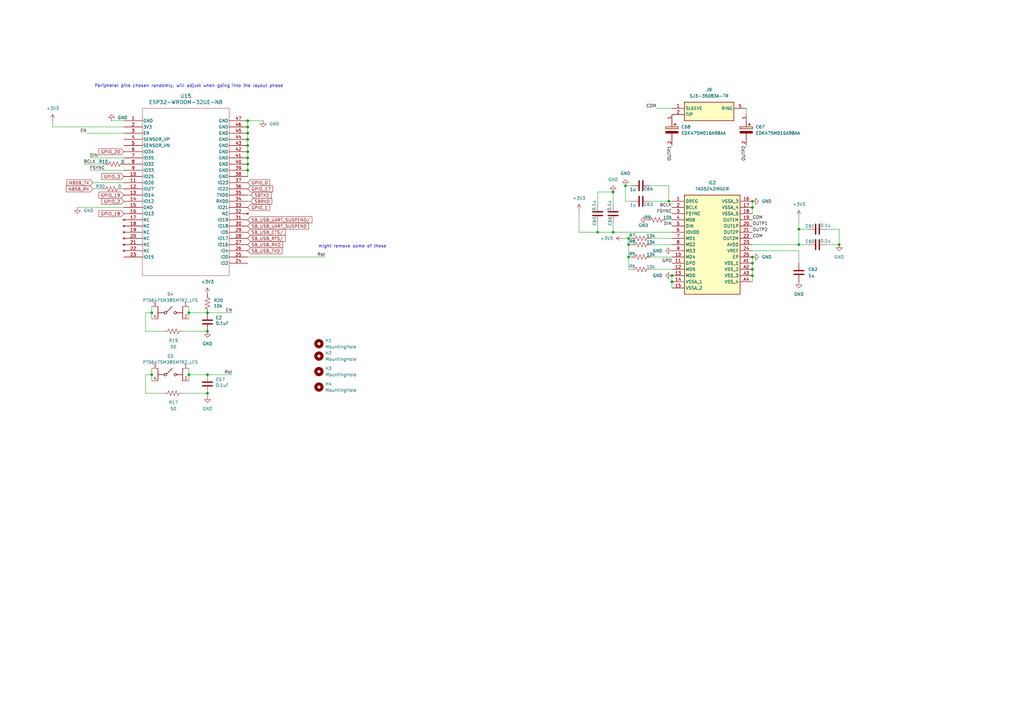
<source format=kicad_sch>
(kicad_sch (version 20250114) (generator "eeschema") (generator_version "9.0")
  (paper "A3")
  (lib_symbols
    (symbol "Device:C" (pin_numbers (hide yes)) (pin_names (offset 0.254))
      (property "Reference" "C" (at 0.635 2.54 0))
      (property "Value" "C" (at 0.635 -2.54 0))
      (symbol "C_0_1"
        (polyline (pts (xy -2.032 0.762) (xy 2.032 0.762)) (stroke (width 0.508)))
        (polyline (pts (xy -2.032 -0.762) (xy 2.032 -0.762)) (stroke (width 0.508)))
      )
      (symbol "C_1_1"
        (pin passive line (at 0 3.81 270) (length 2.794) (name "~") (number "1"))
        (pin passive line (at 0 -3.81 90) (length 2.794) (name "~") (number "2"))
      )
    )
    (symbol "Device:R_US" (pin_numbers (hide yes)) (pin_names (offset 0))
      (property "Reference" "R" (at 2.54 0 90))
      (property "Value" "R_US" (at -2.54 0 90))
      (symbol "R_US_0_1"
        (polyline (pts (xy 0 2.286) (xy 0 2.54)))
        (polyline (pts (xy 0 2.286) (xy 1.016 1.905) (xy 0 1.524) (xy -1.016 1.143) (xy 0 0.762)))
        (polyline (pts (xy 0 0.762) (xy 1.016 0.381) (xy 0 0) (xy -1.016 -0.381) (xy 0 -0.762)))
        (polyline (pts (xy 0 -0.762) (xy 1.016 -1.143) (xy 0 -1.524) (xy -1.016 -1.905) (xy 0 -2.286)))
        (polyline (pts (xy 0 -2.286) (xy 0 -2.54)))
      )
      (symbol "R_US_1_1"
        (pin passive line (at 0 3.81 270) (length 1.27) (name "~") (number "1"))
        (pin passive line (at 0 -3.81 90) (length 1.27) (name "~") (number "2"))
      )
    )
    (symbol "FPGA&MCU:ESP32-WROOM-32UE-N8" (pin_names (offset 0.254))
      (property "Reference" "U" (at 25.4 10.16 0))
      (property "Value" "ESP32-WROOM-32UE-N8" (at 25.4 7.62 0))
      (symbol "ESP32-WROOM-32UE-N8_0_1"
        (polyline (pts (xy 7.62 5.08) (xy 7.62 -63.5)) (stroke (width 0.127)))
        (polyline (pts (xy 7.62 -63.5) (xy 43.18 -63.5)) (stroke (width 0.127)))
        (polyline (pts (xy 43.18 5.08) (xy 7.62 5.08)) (stroke (width 0.127)))
        (polyline (pts (xy 43.18 -63.5) (xy 43.18 5.08)) (stroke (width 0.127)))
        (pin power_out line (at 0 0 0) (length 7.62) (name "GND") (number "1"))
        (pin power_in line (at 0 -2.54 0) (length 7.62) (name "3V3") (number "2"))
        (pin input line (at 0 -5.08 0) (length 7.62) (name "EN") (number "3"))
        (pin input line (at 0 -7.62 0) (length 7.62) (name "SENSOR_VP") (number "4"))
        (pin input line (at 0 -10.16 0) (length 7.62) (name "SENSOR_VN") (number "5"))
        (pin input line (at 0 -12.7 0) (length 7.62) (name "IO34") (number "6"))
        (pin input line (at 0 -15.24 0) (length 7.62) (name "IO35") (number "7"))
        (pin bidirectional line (at 0 -17.78 0) (length 7.62) (name "IO32") (number "8"))
        (pin bidirectional line (at 0 -20.32 0) (length 7.62) (name "IO33") (number "9"))
        (pin bidirectional line (at 0 -22.86 0) (length 7.62) (name "IO25") (number "10"))
        (pin bidirectional line (at 0 -25.4 0) (length 7.62) (name "IO26") (number "11"))
        (pin bidirectional line (at 0 -27.94 0) (length 7.62) (name "IO27") (number "12"))
        (pin bidirectional line (at 0 -30.48 0) (length 7.62) (name "IO14") (number "13"))
        (pin bidirectional line (at 0 -33.02 0) (length 7.62) (name "IO12") (number "14"))
        (pin power_out line (at 0 -35.56 0) (length 7.62) (name "GND") (number "15"))
        (pin bidirectional line (at 0 -38.1 0) (length 7.62) (name "IO13") (number "16"))
        (pin no_connect line (at 0 -40.64 0) (length 7.62) (name "NC") (number "17"))
        (pin no_connect line (at 0 -43.18 0) (length 7.62) (name "NC") (number "18"))
        (pin no_connect line (at 0 -45.72 0) (length 7.62) (name "NC") (number "19"))
        (pin no_connect line (at 0 -48.26 0) (length 7.62) (name "NC") (number "20"))
        (pin no_connect line (at 0 -50.8 0) (length 7.62) (name "NC") (number "21"))
        (pin no_connect line (at 0 -53.34 0) (length 7.62) (name "NC") (number "22"))
        (pin bidirectional line (at 0 -55.88 0) (length 7.62) (name "IO15") (number "23"))
        (pin power_out line (at 50.8 0 180) (length 7.62) (name "GND") (number "47"))
        (pin power_out line (at 50.8 -2.54 180) (length 7.62) (name "GND") (number "46"))
        (pin power_out line (at 50.8 -5.08 180) (length 7.62) (name "GND") (number "45"))
        (pin power_out line (at 50.8 -7.62 180) (length 7.62) (name "GND") (number "44"))
        (pin power_out line (at 50.8 -10.16 180) (length 7.62) (name "GND") (number "43"))
        (pin power_out line (at 50.8 -12.7 180) (length 7.62) (name "GND") (number "42"))
        (pin power_out line (at 50.8 -15.24 180) (length 7.62) (name "GND") (number "41"))
        (pin power_out line (at 50.8 -17.78 180) (length 7.62) (name "GND") (number "40"))
        (pin power_out line (at 50.8 -20.32 180) (length 7.62) (name "GND") (number "39"))
        (pin power_out line (at 50.8 -22.86 180) (length 7.62) (name "GND") (number "38"))
        (pin bidirectional line (at 50.8 -25.4 180) (length 7.62) (name "IO23") (number "37"))
        (pin bidirectional line (at 50.8 -27.94 180) (length 7.62) (name "IO22") (number "36"))
        (pin bidirectional line (at 50.8 -33.02 180) (length 7.62) (name "RXD0") (number "34"))
        (pin bidirectional line (at 50.8 -35.56 180) (length 7.62) (name "IO21") (number "33"))
        (pin no_connect line (at 50.8 -38.1 180) (length 7.62) (name "NC") (number "32"))
        (pin bidirectional line (at 50.8 -40.64 180) (length 7.62) (name "IO19") (number "31"))
        (pin bidirectional line (at 50.8 -43.18 180) (length 7.62) (name "IO18") (number "30"))
        (pin bidirectional line (at 50.8 -45.72 180) (length 7.62) (name "IO5") (number "29"))
        (pin bidirectional line (at 50.8 -48.26 180) (length 7.62) (name "IO17") (number "28"))
        (pin bidirectional line (at 50.8 -50.8 180) (length 7.62) (name "IO16") (number "27"))
        (pin bidirectional line (at 50.8 -53.34 180) (length 7.62) (name "IO4") (number "26"))
        (pin bidirectional line (at 50.8 -55.88 180) (length 7.62) (name "IO0") (number "25"))
        (pin bidirectional line (at 50.8 -58.42 180) (length 7.62) (name "IO2") (number "24"))
      )
      (symbol "ESP32-WROOM-32UE-N8_1_1"
        (pin bidirectional line (at 50.8 -30.48 180) (length 7.62) (name "TXD0") (number "35"))
      )
    )
    (symbol "FPGA_Interface:PTS647SM38SMTR2_LFS" (pin_names (hide yes))
      (property "Reference" "S" (at 12.7 6.35 0))
      (property "Value" "PTS647SM38SMTR2_LFS" (at 12.7 3.81 0))
      (symbol "PTS647SM38SMTR2_LFS_1_1"
        (polyline (pts (xy 2.54 -2.54) (xy 5.08 -2.54)) (stroke (width 0.254)))
        (polyline (pts (xy 2.54 -5.08) (xy 2.54 0)) (stroke (width 0.254)))
        (circle (center 5.588 -2.54) (radius 0.508) (stroke (width 0.254)))
        (polyline (pts (xy 6.096 -2.286) (xy 8.382 0)) (stroke (width 0.254)))
        (circle (center 9.652 -2.54) (radius 0.508) (stroke (width 0.254)))
        (polyline (pts (xy 10.16 -2.54) (xy 12.7 -2.54)) (stroke (width 0.254)))
        (polyline (pts (xy 12.7 -5.08) (xy 12.7 0)) (stroke (width 0.254)))
        (pin passive line (at 0 0 0) (length 2.54) (name "COM_1") (number "3"))
        (pin passive line (at 0 -5.08 0) (length 2.54) (name "COM_2") (number "4"))
        (pin passive line (at 15.24 0 180) (length 2.54) (name "NO_1") (number "1"))
        (pin passive line (at 15.24 -5.08 180) (length 2.54) (name "NO_2") (number "2"))
      )
    )
    (symbol "FPGA_Interface:SJ3-35083A-TR"
      (property "Reference" "J" (at 26.67 7.62 0))
      (property "Value" "SJ3-35083A-TR" (at 26.67 5.08 0))
      (symbol "SJ3-35083A-TR_1_1"
        (rectangle (start 5.08 2.54) (end 25.4 -5.08) (stroke (width 0.254)) (fill (type background)))
        (pin passive line (at 0 0 0) (length 5.08) (name "SLEEVE") (number "1"))
        (pin passive line (at 0 -2.54 0) (length 5.08) (name "TIP") (number "2"))
        (pin passive line (at 30.48 0 180) (length 5.08) (name "RING") (number "5"))
      )
    )
    (symbol "Mechanical:MountingHole" (pin_names (offset 1.016)) (in_bom no)
      (property "Reference" "H" (at 0 5.08 0))
      (property "Value" "MountingHole" (at 0 3.175 0))
      (symbol "MountingHole_0_1"
        (circle (center 0 0) (radius 1.27) (stroke (width 1.27)))
      )
    )
    (symbol "SB:EDK475M016A9BAA" (pin_names (hide yes))
      (property "Reference" "C" (at 8.89 6.35 0))
      (property "Value" "EDK475M016A9BAA" (at 8.89 3.81 0))
      (symbol "EDK475M016A9BAA_1_1"
        (polyline (pts (xy 2.54 0) (xy 5.08 0)) (stroke (width 0.254)))
        (polyline (pts (xy 4.064 1.778) (xy 4.064 0.762)) (stroke (width 0.254)))
        (polyline (pts (xy 4.572 1.27) (xy 3.556 1.27)) (stroke (width 0.254)))
        (rectangle (start 5.08 2.54) (end 5.842 -2.54) (stroke (width 0.254)) (fill (type background)))
        (polyline (pts (xy 7.62 2.54) (xy 7.62 -2.54) (xy 6.858 -2.54) (xy 6.858 2.54) (xy 7.62 2.54)) (stroke (width 0.254)) (fill (type outline)))
        (polyline (pts (xy 7.62 0) (xy 10.16 0)) (stroke (width 0.254)))
        (pin passive line (at 0 0 0) (length 2.54) (name "+") (number "1"))
        (pin passive line (at 12.7 0 180) (length 2.54) (name "-") (number "2"))
      )
    )
    (symbol "SB:TAD5242IRGER"
      (property "Reference" "IC" (at 29.21 7.62 0))
      (property "Value" "TAD5242IRGER" (at 29.21 5.08 0))
      (symbol "TAD5242IRGER_1_1"
        (rectangle (start 5.08 2.54) (end 27.94 -38.1) (stroke (width 0.254)) (fill (type background)))
        (pin passive line (at 0 0 0) (length 5.08) (name "DREG") (number "1"))
        (pin passive line (at 0 -2.54 0) (length 5.08) (name "BCLK") (number "2"))
        (pin passive line (at 0 -5.08 0) (length 5.08) (name "FSYNC") (number "3"))
        (pin passive line (at 0 -7.62 0) (length 5.08) (name "MD6") (number "4"))
        (pin passive line (at 0 -10.16 0) (length 5.08) (name "DIN") (number "5"))
        (pin passive line (at 0 -12.7 0) (length 5.08) (name "IOVDD") (number "6"))
        (pin passive line (at 0 -15.24 0) (length 5.08) (name "MD1") (number "7"))
        (pin passive line (at 0 -17.78 0) (length 5.08) (name "MD2") (number "8"))
        (pin passive line (at 0 -20.32 0) (length 5.08) (name "MD3") (number "9"))
        (pin passive line (at 0 -22.86 0) (length 5.08) (name "MD4") (number "10"))
        (pin passive line (at 0 -25.4 0) (length 5.08) (name "GPO") (number "11"))
        (pin passive line (at 0 -27.94 0) (length 5.08) (name "MD5") (number "12"))
        (pin passive line (at 0 -30.48 0) (length 5.08) (name "MD0") (number "13"))
        (pin passive line (at 0 -33.02 0) (length 5.08) (name "VSSA_1") (number "14"))
        (pin passive line (at 0 -35.56 0) (length 5.08) (name "VSSA_2") (number "15"))
        (pin passive line (at 33.02 0 180) (length 5.08) (name "VSSA_3") (number "16"))
        (pin passive line (at 33.02 -2.54 180) (length 5.08) (name "VSSA_4") (number "17"))
        (pin passive line (at 33.02 -5.08 180) (length 5.08) (name "VSSA_5") (number "18"))
        (pin passive line (at 33.02 -7.62 180) (length 5.08) (name "OUT1M") (number "19"))
        (pin passive line (at 33.02 -10.16 180) (length 5.08) (name "OUT1P") (number "20"))
        (pin passive line (at 33.02 -12.7 180) (length 5.08) (name "OUT2P") (number "21"))
        (pin passive line (at 33.02 -15.24 180) (length 5.08) (name "OUT2M") (number "22"))
        (pin passive line (at 33.02 -17.78 180) (length 5.08) (name "AVDD") (number "23"))
        (pin passive line (at 33.02 -20.32 180) (length 5.08) (name "VREF") (number "24"))
        (pin passive line (at 33.02 -22.86 180) (length 5.08) (name "EP") (number "25"))
        (pin passive line (at 33.02 -25.4 180) (length 5.08) (name "VSS_1") (number "A1"))
        (pin passive line (at 33.02 -27.94 180) (length 5.08) (name "VSS_2") (number "A2"))
        (pin passive line (at 33.02 -30.48 180) (length 5.08) (name "VSS_3") (number "A3"))
        (pin passive line (at 33.02 -33.02 180) (length 5.08) (name "VSS_4") (number "A4"))
      )
    )
    (symbol "power:+3V3" (power) (pin_numbers (hide yes)) (pin_names (offset 0) (hide yes))
      (property "Value" "+3V3" (at 0 3.556 0))
      (symbol "+3V3_0_1"
        (polyline (pts (xy -0.762 1.27) (xy 0 2.54)))
        (polyline (pts (xy 0 2.54) (xy 0.762 1.27)))
        (polyline (pts (xy 0 0) (xy 0 2.54)))
      )
      (symbol "+3V3_1_1"
        (pin power_in line (at 0 0 90) (length 0) (name "~") (number "1"))
      )
    )
    (symbol "power:GND" (power) (pin_numbers (hide yes)) (pin_names (offset 0) (hide yes))
      (property "Value" "GND" (at 0 -3.81 0))
      (symbol "GND_0_1"
        (polyline (pts (xy 0 0) (xy 0 -1.27) (xy 1.27 -1.27) (xy 0 -2.54) (xy -1.27 -1.27) (xy 0 -1.27)))
      )
      (symbol "GND_1_1"
        (pin power_in line (at 0 0 270) (length 0) (name "~") (number "1"))
      )
    )
  )
  (text "might remove some of these\n" (at 144.526 101.092 0) (effects (font (size 1.27 1.27))))
  (text "Peripheral pins chosen randomly, will adjust when going into the layout phase\n" (at 77.47 35.306 0) (effects (font (size 1.27 1.27))))
  (junction (at 275.59 113.03))
  (junction (at 344.17 100.33))
  (junction (at 308.61 110.49))
  (junction (at 256.54 76.2))
  (junction (at 101.6 57.15))
  (junction (at 308.61 82.55))
  (junction (at 308.61 113.03))
  (junction (at 85.09 153.67))
  (junction (at 327.66 93.98))
  (junction (at 251.46 95.25))
  (junction (at 257.81 97.79))
  (junction (at 62.23 153.67))
  (junction (at 308.61 107.95))
  (junction (at 77.47 128.27))
  (junction (at 101.6 52.07))
  (junction (at 101.6 49.53))
  (junction (at 85.09 128.27))
  (junction (at 327.66 100.33))
  (junction (at 245.11 95.25))
  (junction (at 85.09 135.89))
  (junction (at 274.32 82.55))
  (junction (at 101.6 59.69))
  (junction (at 101.6 67.31))
  (junction (at 257.81 105.41))
  (junction (at 257.81 100.33))
  (junction (at 101.6 69.85))
  (junction (at 101.6 64.77))
  (junction (at 251.46 78.74))
  (junction (at 101.6 62.23))
  (junction (at 77.47 153.67))
  (junction (at 62.23 128.27))
  (junction (at 275.59 115.57))
  (junction (at 308.61 85.09))
  (junction (at 101.6 54.61))
  (junction (at 308.61 105.41))
  (junction (at 85.09 161.29))
  (wire (pts (xy 308.61 102.87) (xy 327.66 102.87)))
  (wire (pts (xy 101.6 57.15) (xy 101.6 59.69)))
  (wire (pts (xy 344.17 93.98) (xy 344.17 100.33)))
  (wire (pts (xy 59.69 161.29) (xy 67.31 161.29)))
  (wire (pts (xy 36.83 69.85) (xy 50.8 69.85)))
  (wire (pts (xy 245.11 91.44) (xy 245.11 95.25)))
  (wire (pts (xy 308.61 82.55) (xy 308.61 85.09)))
  (wire (pts (xy 77.47 153.67) (xy 85.09 153.67)))
  (wire (pts (xy 331.47 100.33) (xy 327.66 100.33)))
  (wire (pts (xy 77.47 153.67) (xy 77.47 156.21)))
  (wire (pts (xy 245.11 95.25) (xy 237.49 95.25)))
  (wire (pts (xy 237.49 86.36) (xy 237.49 95.25)))
  (wire (pts (xy 101.6 59.69) (xy 101.6 62.23)))
  (wire (pts (xy 257.81 97.79) (xy 257.81 100.33)))
  (wire (pts (xy 251.46 83.82) (xy 251.46 78.74)))
  (wire (pts (xy 257.81 105.41) (xy 257.81 110.49)))
  (wire (pts (xy 38.1 74.93) (xy 50.8 74.93)))
  (wire (pts (xy 256.54 82.55) (xy 256.54 76.2)))
  (wire (pts (xy 74.93 161.29) (xy 85.09 161.29)))
  (wire (pts (xy 62.23 128.27) (xy 62.23 130.81)))
  (wire (pts (xy 259.08 82.55) (xy 256.54 82.55)))
  (wire (pts (xy 101.6 49.53) (xy 101.6 52.07)))
  (wire (pts (xy 274.32 76.2) (xy 274.32 82.55)))
  (wire (pts (xy 274.32 76.2) (xy 266.7 76.2)))
  (wire (pts (xy 101.6 54.61) (xy 101.6 57.15)))
  (wire (pts (xy 339.09 93.98) (xy 344.17 93.98)))
  (wire (pts (xy 257.81 100.33) (xy 259.08 100.33)))
  (wire (pts (xy 45.72 49.53) (xy 50.8 49.53)))
  (wire (pts (xy 133.35 105.41) (xy 101.6 105.41)))
  (wire (pts (xy 275.59 115.57) (xy 275.59 118.11)))
  (wire (pts (xy 308.61 105.41) (xy 308.61 107.95)))
  (wire (pts (xy 34.29 67.31) (xy 43.18 67.31)))
  (wire (pts (xy 85.09 128.27) (xy 95.25 128.27)))
  (wire (pts (xy 245.11 83.82) (xy 245.11 78.74)))
  (wire (pts (xy 308.61 85.09) (xy 308.61 87.63)))
  (wire (pts (xy 21.59 49.53) (xy 21.59 52.07)))
  (wire (pts (xy 107.95 49.53) (xy 101.6 49.53)))
  (wire (pts (xy 49.53 77.47) (xy 50.8 77.47)))
  (wire (pts (xy 77.47 128.27) (xy 77.47 130.81)))
  (wire (pts (xy 331.47 93.98) (xy 327.66 93.98)))
  (wire (pts (xy 259.08 76.2) (xy 256.54 76.2)))
  (wire (pts (xy 101.6 80.01) (xy 102.87 80.01)))
  (wire (pts (xy 62.23 125.73) (xy 62.23 128.27)))
  (wire (pts (xy 266.7 105.41) (xy 275.59 105.41)))
  (wire (pts (xy 266.7 97.79) (xy 275.59 97.79)))
  (wire (pts (xy 274.32 82.55) (xy 275.59 82.55)))
  (wire (pts (xy 269.24 44.45) (xy 275.59 44.45)))
  (wire (pts (xy 257.81 105.41) (xy 259.08 105.41)))
  (wire (pts (xy 275.59 113.03) (xy 275.59 115.57)))
  (wire (pts (xy 327.66 88.9) (xy 327.66 93.98)))
  (wire (pts (xy 59.69 153.67) (xy 59.69 161.29)))
  (wire (pts (xy 273.05 90.17) (xy 275.59 90.17)))
  (wire (pts (xy 62.23 153.67) (xy 62.23 151.13)))
  (wire (pts (xy 274.32 82.55) (xy 266.7 82.55)))
  (wire (pts (xy 36.83 64.77) (xy 50.8 64.77)))
  (wire (pts (xy 275.59 95.25) (xy 251.46 95.25)))
  (wire (pts (xy 259.08 97.79) (xy 257.81 97.79)))
  (wire (pts (xy 327.66 93.98) (xy 327.66 100.33)))
  (wire (pts (xy 101.6 64.77) (xy 101.6 67.31)))
  (wire (pts (xy 257.81 100.33) (xy 257.81 105.41)))
  (wire (pts (xy 339.09 100.33) (xy 344.17 100.33)))
  (wire (pts (xy 257.81 110.49) (xy 259.08 110.49)))
  (wire (pts (xy 308.61 107.95) (xy 308.61 110.49)))
  (wire (pts (xy 327.66 102.87) (xy 327.66 107.95)))
  (wire (pts (xy 77.47 151.13) (xy 77.47 153.67)))
  (wire (pts (xy 31.75 85.09) (xy 50.8 85.09)))
  (wire (pts (xy 77.47 125.73) (xy 77.47 128.27)))
  (wire (pts (xy 74.93 135.89) (xy 85.09 135.89)))
  (wire (pts (xy 85.09 161.29) (xy 85.09 162.56)))
  (wire (pts (xy 101.6 67.31) (xy 101.6 69.85)))
  (wire (pts (xy 306.07 46.99) (xy 306.07 44.45)))
  (wire (pts (xy 255.27 97.79) (xy 257.81 97.79)))
  (wire (pts (xy 308.61 100.33) (xy 327.66 100.33)))
  (wire (pts (xy 35.56 54.61) (xy 50.8 54.61)))
  (wire (pts (xy 266.7 110.49) (xy 275.59 110.49)))
  (wire (pts (xy 62.23 153.67) (xy 62.23 156.21)))
  (wire (pts (xy 38.1 77.47) (xy 41.91 77.47)))
  (wire (pts (xy 59.69 128.27) (xy 59.69 135.89)))
  (wire (pts (xy 101.6 82.55) (xy 102.87 82.55)))
  (wire (pts (xy 62.23 128.27) (xy 59.69 128.27)))
  (wire (pts (xy 308.61 110.49) (xy 308.61 113.03)))
  (wire (pts (xy 245.11 78.74) (xy 251.46 78.74)))
  (wire (pts (xy 101.6 52.07) (xy 101.6 54.61)))
  (wire (pts (xy 251.46 91.44) (xy 251.46 95.25)))
  (wire (pts (xy 59.69 153.67) (xy 62.23 153.67)))
  (wire (pts (xy 77.47 128.27) (xy 85.09 128.27)))
  (wire (pts (xy 308.61 113.03) (xy 308.61 115.57)))
  (wire (pts (xy 251.46 95.25) (xy 245.11 95.25)))
  (wire (pts (xy 101.6 62.23) (xy 101.6 64.77)))
  (wire (pts (xy 101.6 69.85) (xy 101.6 72.39)))
  (wire (pts (xy 85.09 153.67) (xy 95.25 153.67)))
  (wire (pts (xy 50.8 52.07) (xy 21.59 52.07)))
  (wire (pts (xy 59.69 135.89) (xy 67.31 135.89)))
  (wire (pts (xy 266.7 100.33) (xy 275.59 100.33)))
  (label "BCLK" (at 34.29 67.31 0))
  (label "OUTP1" (at 308.61 92.71 0))
  (label "OUTP2" (at 306.07 59.69 270))
  (label "BCLK" (at 275.59 85.09 180))
  (label "FSYNC" (at 36.83 69.85 0))
  (label "COM" (at 269.24 44.45 180))
  (label "FSYNC" (at 275.59 87.63 180))
  (label "DIN" (at 36.83 64.77 0))
  (label "OUTP1" (at 275.59 59.69 270))
  (label "EN" (at 95.25 128.27 180))
  (label "Rst" (at 95.25 153.67 180))
  (label "GPO" (at 275.59 107.95 180))
  (label "COM" (at 308.61 90.17 0))
  (label "COM" (at 308.61 97.79 0))
  (label "EN" (at 35.56 54.61 180))
  (label "DIN" (at 275.59 92.71 180))
  (label "Rst" (at 133.35 105.41 180))
  (label "OUTP2" (at 308.61 95.25 0))
  (global_label "SB_USB_RXD" (shape input) (at 101.6 100.33 0) (property "Intersheetrefs" "${INTERSHEET_REFS}" (effects (hide yes))))
  (global_label "GPIO_18" (shape input) (at 50.8 87.63 180) (property "Intersheetrefs" "${INTERSHEET_REFS}" (effects (hide yes))))
  (global_label "NBSB_RX" (shape input) (at 38.1 77.47 180) (property "Intersheetrefs" "${INTERSHEET_REFS}" (effects (hide yes))))
  (global_label "GPIO_19" (shape input) (at 50.8 80.01 180) (property "Intersheetrefs" "${INTERSHEET_REFS}" (effects (hide yes))))
  (global_label "SBTXD" (shape input) (at 102.87 80.01 0) (property "Intersheetrefs" "${INTERSHEET_REFS}" (effects (hide yes))))
  (global_label "GPIO_2" (shape input) (at 50.8 82.55 180) (property "Intersheetrefs" "${INTERSHEET_REFS}" (effects (hide yes))))
  (global_label "GPIO_20" (shape input) (at 50.8 62.23 180) (property "Intersheetrefs" "${INTERSHEET_REFS}" (effects (hide yes))))
  (global_label "GPIO_0" (shape input) (at 101.6 74.93 0) (property "Intersheetrefs" "${INTERSHEET_REFS}" (effects (hide yes))))
  (global_label "GPIO_1" (shape input) (at 101.6 85.09 0) (property "Intersheetrefs" "${INTERSHEET_REFS}" (effects (hide yes))))
  (global_label "GPIO_17" (shape input) (at 101.6 77.47 0) (property "Intersheetrefs" "${INTERSHEET_REFS}" (effects (hide yes))))
  (global_label "SB_USB_RTS{slash}" (shape input) (at 101.6 97.79 0) (property "Intersheetrefs" "${INTERSHEET_REFS}" (effects (hide yes))))
  (global_label "GPIO_3" (shape input) (at 50.8 72.39 180) (property "Intersheetrefs" "${INTERSHEET_REFS}" (effects (hide yes))))
  (global_label "SB_USB_UART_SUSPEND{slash}" (shape input) (at 101.6 90.17 0) (property "Intersheetrefs" "${INTERSHEET_REFS}" (effects (hide yes))))
  (global_label "SBRXD" (shape input) (at 102.87 82.55 0) (property "Intersheetrefs" "${INTERSHEET_REFS}" (effects (hide yes))))
  (global_label "SB_USB_UART_SUSPEND" (shape input) (at 101.6 92.71 0) (property "Intersheetrefs" "${INTERSHEET_REFS}" (effects (hide yes))))
  (global_label "SB_USB_CTS{slash}" (shape input) (at 101.6 95.25 0) (property "Intersheetrefs" "${INTERSHEET_REFS}" (effects (hide yes))))
  (global_label "NBSB_TX" (shape input) (at 38.1 74.93 180) (property "Intersheetrefs" "${INTERSHEET_REFS}" (effects (hide yes))))
  (global_label "SB_USB_TXD" (shape input) (at 101.6 102.87 0) (property "Intersheetrefs" "${INTERSHEET_REFS}" (effects (hide yes))))
  (symbol (lib_id "power:GND") (at 308.61 105.41 90) (unit 1)
    (property "Reference" "#PWR0153" (effects (hide yes)))
    (property "Value" "GND" (at 312.42 105.4099 90) (effects (justify right)))
    (property "Description" "Power symbol creates a global label with name \"GND\" , ground" (effects (hide yes)))
  )
  (symbol (lib_id "Device:R_US") (at 262.89 105.41 90) (unit 1)
    (property "Reference" "R5" (at 259.334 104.14 90))
    (property "Value" "10k" (at 266.954 104.394 90))
    (property "Footprint" "Resistor_SMD:R_0402_1005Metric" (effects (hide yes)))
    (property "Description" "Resistor, US symbol" (effects (hide yes)))
  )
  (symbol (lib_id "power:GND") (at 45.72 49.53 180) (unit 1)
    (property "Reference" "#PWR017" (effects (hide yes)))
    (property "Value" "GND" (at 48.26 48.2599 0) (effects (justify right)))
    (property "Description" "Power symbol creates a global label with name \"GND\" , ground" (effects (hide yes)))
  )
  (symbol (lib_id "SB:EDK475M016A9BAA") (at 275.59 46.99 270) (unit 1)
    (property "Reference" "C68" (at 279.4 52.0699 90) (effects (justify left)))
    (property "Value" "EDK475M016A9BAA" (at 279.4 54.6099 90) (effects (justify left)))
    (property "Footprint" "SB:CAPAE430X565N" (effects (hide yes)))
    (property "Datasheet" "https://content.kemet.com/datasheets/KEM_A4001_EDK.pdf" (effects (hide yes)))
    (property "Description" "EDK, Aluminum, Aluminum Electrolytic, 4.7 uF, 20%, 16 VDC, -40/+85C, 85C, -40C, 85C, 2,000 Hrs, 16 % , 0.02, 3 uA, 2, 4, 4mm, 5.4mm, 2000" (effects (hide yes)))
    (property "Height" "5.65" (effects (hide yes)))
    (property "Mouser Part Number" "80-EDK475M016A9BAA" (effects (hide yes)))
    (property "Mouser Price/Stock" "https://www.mouser.co.uk/ProductDetail/KEMET/EDK475M016A9BAA?qs=E9QF1UCAUX56UXN1YiCZhQ%3D%3D" (effects (hide yes)))
    (property "Manufacturer_Name" "KEMET" (effects (hide yes)))
    (property "Manufacturer_Part_Number" "EDK475M016A9BAA" (effects (hide yes)))
  )
  (symbol (lib_id "power:GND") (at 275.59 102.87 270) (unit 1)
    (property "Reference" "#PWR0157" (effects (hide yes)))
    (property "Value" "GND" (at 271.78 102.8699 90) (effects (justify right)))
    (property "Description" "Power symbol creates a global label with name \"GND\" , ground" (effects (hide yes)))
  )
  (symbol (lib_id "FPGA_Interface:SJ3-35083A-TR") (at 275.59 44.45 0) (unit 1)
    (property "Reference" "J9" (at 290.83 36.83 0))
    (property "Value" "SJ3-35083A-TR" (at 290.83 39.37 0))
    (property "Footprint" "FPGA_Interface:SJ335083ATR" (effects (hide yes)))
    (property "Datasheet" "https://www.sameskydevices.com/product/resource/SJ3-35083A-TR.pdf" (effects (hide yes)))
    (property "Description" "SJ3-35083A-TR - 3.5 mm Stereo Jack, Through Hole, 3 Conductors, 0 Internal Switches,  Tape & Reel Packaging" (effects (hide yes)))
    (property "Height" "5.3" (effects (hide yes)))
    (property "Mouser Part Number" "179-SJ3-35083A-TR" (effects (hide yes)))
    (property "Mouser Price/Stock" "https://www.mouser.co.uk/ProductDetail/Same-Sky/SJ3-35083A-TR?qs=IKkN%2F947nfAXbylC140wLg%3D%3D" (effects (hide yes)))
    (property "Manufacturer_Name" "Same Sky" (effects (hide yes)))
    (property "Manufacturer_Part_Number" "SJ3-35083A-TR" (effects (hide yes)))
  )
  (symbol (lib_id "FPGA_Interface:PTS647SM38SMTR2_LFS") (at 62.23 125.73 0) (unit 1)
    (property "Reference" "S4" (at 69.85 120.65 0))
    (property "Value" "PTS647SM38SMTR2_LFS" (at 69.85 123.19 0))
    (property "Footprint" "FPGA_Interface:PTS647SM38SMTR2LFS" (effects (hide yes)))
    (property "Datasheet" "https://www.ckswitches.com/media/2567/pts647.pdf" (effects (hide yes)))
    (property "Description" "Tactile Switch SPST-NO Top Actuated Surface Mount 0.05A 12V" (effects (hide yes)))
    (property "Manufacturer_Name" "C & K COMPONENTS" (effects (hide yes)))
    (property "Manufacturer_Part_Number" "PTS647SM38SMTR2 LFS" (effects (hide yes)))
  )
  (symbol (lib_id "power:+3V3") (at 327.66 88.9 0) (unit 1)
    (property "Reference" "#PWR0159" (effects (hide yes)))
    (property "Value" "+3V3" (at 327.66 83.82 0))
    (property "Description" "Power symbol creates a global label with name \"+3V3\"" (effects (hide yes)))
  )
  (symbol (lib_id "Device:C") (at 85.09 157.48 0) (unit 1)
    (property "Reference" "C57" (at 88.392 155.702 0) (effects (justify left)))
    (property "Value" "0.1uF" (at 88.392 157.988 0) (effects (justify left)))
    (property "Footprint" "Capacitor_SMD:C_0402_1005Metric" (effects (hide yes)))
    (property "Description" "Unpolarized capacitor" (effects (hide yes)))
  )
  (symbol (lib_id "power:+3V3") (at 237.49 86.36 0) (unit 1)
    (property "Reference" "#PWR0162" (effects (hide yes)))
    (property "Value" "+3V3" (at 237.49 81.28 0))
    (property "Description" "Power symbol creates a global label with name \"+3V3\"" (effects (hide yes)))
  )
  (symbol (lib_id "power:GND") (at 275.59 113.03 270) (unit 1)
    (property "Reference" "#PWR0155" (effects (hide yes)))
    (property "Value" "GND" (at 271.78 113.0301 90) (effects (justify right)))
    (property "Description" "Power symbol creates a global label with name \"GND\" , ground" (effects (hide yes)))
  )
  (symbol (lib_id "Device:C") (at 327.66 111.76 0) (unit 1)
    (property "Reference" "C62" (at 331.47 110.4899 0) (effects (justify left)))
    (property "Value" "1u" (at 331.47 113.0299 0) (effects (justify left)))
    (property "Footprint" "Capacitor_SMD:C_0402_1005Metric" (effects (hide yes)))
    (property "Description" "Unpolarized capacitor" (effects (hide yes)))
  )
  (symbol (lib_id "power:GND") (at 256.54 76.2 180) (unit 1)
    (property "Reference" "#PWR0160" (effects (hide yes)))
    (property "Value" "GND" (at 256.54 71.12 0))
    (property "Description" "Power symbol creates a global label with name \"GND\" , ground" (effects (hide yes)))
  )
  (symbol (lib_id "power:GND") (at 344.17 100.33 0) (unit 1)
    (property "Reference" "#PWR0151" (effects (hide yes)))
    (property "Value" "GND" (at 344.17 105.41 0))
    (property "Description" "Power symbol creates a global label with name \"GND\" , ground" (effects (hide yes)))
  )
  (symbol (lib_id "SB:TAD5242IRGER") (at 275.59 82.55 0) (unit 1)
    (property "Reference" "IC2" (at 292.1 74.93 0))
    (property "Value" "TAD5242IRGER" (at 292.1 77.47 0))
    (property "Footprint" "SB:TAD5242IRGER" (effects (hide yes)))
    (property "Datasheet" "https://www.ti.com/lit/ds/symlink/tad5242.pdf?ts=1736249226355&ref_url=https%253A%252F%252Fwww.ti.com%252Fproduct%252FTAD5242" (effects (hide yes)))
    (property "Description" "Audio D/A Converter ICs Hardware-control stereo audio DAC with 120dB dynamic range, and headphone and line driver" (effects (hide yes)))
    (property "Height" "1" (effects (hide yes)))
    (property "Mouser Part Number" "595-TAD5242IRGER" (effects (hide yes)))
    (property "Mouser Price/Stock" "https://www.mouser.co.uk/ProductDetail/Texas-Instruments/TAD5242IRGER?qs=%252BXxaIXUDbq07iiss%252B1zA7A%3D%3D" (effects (hide yes)))
    (property "Manufacturer_Name" "Texas Instruments" (effects (hide yes)))
    (property "Manufacturer_Part_Number" "TAD5242IRGER" (effects (hide yes)))
  )
  (symbol (lib_id "power:+3V3") (at 85.09 120.65 0) (unit 1)
    (property "Reference" "#PWR015" (effects (hide yes)))
    (property "Value" "+3V3" (at 85.09 115.57 0))
    (property "Description" "Power symbol creates a global label with name \"+3V3\"" (effects (hide yes)))
  )
  (symbol (lib_id "Device:C") (at 335.28 93.98 90) (unit 1)
    (property "Reference" "C61" (at 332.232 92.71 90))
    (property "Value" "0.1u" (at 338.582 92.456 90))
    (property "Footprint" "Capacitor_SMD:C_0402_1005Metric" (effects (hide yes)))
    (property "Description" "Unpolarized capacitor" (effects (hide yes)))
  )
  (symbol (lib_id "Device:C") (at 251.46 87.63 180) (unit 1)
    (property "Reference" "C66" (at 250.19 90.678 90))
    (property "Value" "0.1u" (at 249.936 84.328 90))
    (property "Footprint" "Capacitor_SMD:C_0402_1005Metric" (effects (hide yes)))
    (property "Description" "Unpolarized capacitor" (effects (hide yes)))
  )
  (symbol (lib_id "Mechanical:MountingHole") (at 130.81 140.97 0) (unit 1) (in_bom no)
    (property "Reference" "H1" (at 133.35 139.6999 0) (effects (justify left)))
    (property "Value" "MountingHole" (at 133.35 142.2399 0) (effects (justify left)))
    (property "Footprint" "MountingHole:MountingHole_4.3x6.2mm_M4_Pad" (effects (hide yes)))
    (property "Description" "Mounting Hole without connection" (effects (hide yes)))
  )
  (symbol (lib_id "Device:R_US") (at 262.89 100.33 90) (unit 1)
    (property "Reference" "R8" (at 259.334 99.06 90))
    (property "Value" "10k" (at 266.954 99.314 90))
    (property "Footprint" "Resistor_SMD:R_0402_1005Metric" (effects (hide yes)))
    (property "Description" "Resistor, US symbol" (effects (hide yes)))
  )
  (symbol (lib_id "Mechanical:MountingHole") (at 130.81 158.75 0) (unit 1) (in_bom no)
    (property "Reference" "H4" (at 133.35 157.4799 0) (effects (justify left)))
    (property "Value" "MountingHole" (at 133.35 160.0199 0) (effects (justify left)))
    (property "Footprint" "MountingHole:MountingHole_4.3x6.2mm_M4_Pad" (effects (hide yes)))
    (property "Description" "Mounting Hole without connection" (effects (hide yes)))
  )
  (symbol (lib_id "power:GND") (at 265.43 90.17 270) (unit 1)
    (property "Reference" "#PWR0158" (effects (hide yes)))
    (property "Value" "GND" (at 265.938 92.456 90) (effects (justify right)))
    (property "Description" "Power symbol creates a global label with name \"GND\" , ground" (effects (hide yes)))
  )
  (symbol (lib_id "power:GND") (at 107.95 49.53 0) (unit 1)
    (property "Reference" "#PWR020" (effects (hide yes)))
    (property "Value" "GND" (at 110.49 50.7999 0) (effects (justify left)))
    (property "Description" "Power symbol creates a global label with name \"GND\" , ground" (effects (hide yes)))
  )
  (symbol (lib_id "power:GND") (at 251.46 78.74 180) (unit 1)
    (property "Reference" "#PWR0161" (effects (hide yes)))
    (property "Value" "GND" (at 251.46 73.66 0))
    (property "Description" "Power symbol creates a global label with name \"GND\" , ground" (effects (hide yes)))
  )
  (symbol (lib_id "Device:R_US") (at 262.89 97.79 90) (unit 1)
    (property "Reference" "R7" (at 259.334 96.52 90))
    (property "Value" "10k" (at 266.954 96.774 90))
    (property "Footprint" "Resistor_SMD:R_0402_1005Metric" (effects (hide yes)))
    (property "Description" "Resistor, US symbol" (effects (hide yes)))
  )
  (symbol (lib_id "Device:C") (at 262.89 76.2 270) (unit 1)
    (property "Reference" "C64" (at 265.938 77.47 90))
    (property "Value" "1u" (at 259.588 77.724 90))
    (property "Footprint" "Capacitor_SMD:C_0402_1005Metric" (effects (hide yes)))
    (property "Description" "Unpolarized capacitor" (effects (hide yes)))
  )
  (symbol (lib_id "SB:EDK475M016A9BAA") (at 306.07 46.99 270) (unit 1)
    (property "Reference" "C67" (at 309.88 52.0699 90) (effects (justify left)))
    (property "Value" "EDK475M016A9BAA" (at 309.88 54.6099 90) (effects (justify left)))
    (property "Footprint" "SB:CAPAE430X565N" (effects (hide yes)))
    (property "Datasheet" "https://content.kemet.com/datasheets/KEM_A4001_EDK.pdf" (effects (hide yes)))
    (property "Description" "EDK, Aluminum, Aluminum Electrolytic, 4.7 uF, 20%, 16 VDC, -40/+85C, 85C, -40C, 85C, 2,000 Hrs, 16 % , 0.02, 3 uA, 2, 4, 4mm, 5.4mm, 2000" (effects (hide yes)))
    (property "Height" "5.65" (effects (hide yes)))
    (property "Mouser Part Number" "80-EDK475M016A9BAA" (effects (hide yes)))
    (property "Mouser Price/Stock" "https://www.mouser.co.uk/ProductDetail/KEMET/EDK475M016A9BAA?qs=E9QF1UCAUX56UXN1YiCZhQ%3D%3D" (effects (hide yes)))
    (property "Manufacturer_Name" "KEMET" (effects (hide yes)))
    (property "Manufacturer_Part_Number" "EDK475M016A9BAA" (effects (hide yes)))
  )
  (symbol (lib_id "power:GND") (at 31.75 85.09 0) (unit 1)
    (property "Reference" "#PWR019" (effects (hide yes)))
    (property "Value" "GND" (at 34.29 86.3599 0) (effects (justify left)))
    (property "Description" "Power symbol creates a global label with name \"GND\" , ground" (effects (hide yes)))
  )
  (symbol (lib_id "power:GND") (at 327.66 115.57 0) (unit 1)
    (property "Reference" "#PWR0152" (effects (hide yes)))
    (property "Value" "GND" (at 327.66 120.65 0))
    (property "Description" "Power symbol creates a global label with name \"GND\" , ground" (effects (hide yes)))
  )
  (symbol (lib_id "Device:R_US") (at 85.09 124.46 0) (unit 1)
    (property "Reference" "R20" (at 87.63 123.1899 0) (effects (justify left)))
    (property "Value" "10k" (at 87.63 125.476 0) (effects (justify left)))
    (property "Footprint" "Resistor_SMD:R_0402_1005Metric" (effects (hide yes)))
    (property "Description" "Resistor, US symbol" (effects (hide yes)))
  )
  (symbol (lib_id "Device:C") (at 85.09 132.08 0) (unit 1)
    (property "Reference" "C2" (at 88.392 130.302 0) (effects (justify left)))
    (property "Value" "0.1uF" (at 88.392 132.588 0) (effects (justify left)))
    (property "Footprint" "Capacitor_SMD:C_0402_1005Metric" (effects (hide yes)))
    (property "Description" "Unpolarized capacitor" (effects (hide yes)))
  )
  (symbol (lib_id "Device:C") (at 335.28 100.33 90) (unit 1)
    (property "Reference" "C60" (at 332.232 99.06 90))
    (property "Value" "0.1u" (at 338.582 98.806 90))
    (property "Footprint" "Capacitor_SMD:C_0402_1005Metric" (effects (hide yes)))
    (property "Description" "Unpolarized capacitor" (effects (hide yes)))
  )
  (symbol (lib_id "Device:R_US") (at 71.12 135.89 270) (unit 1)
    (property "Reference" "R19" (at 71.12 139.7 90))
    (property "Value" "50" (at 71.12 142.24 90))
    (property "Footprint" "Resistor_SMD:R_0402_1005Metric" (effects (hide yes)))
    (property "Description" "Resistor, US symbol" (effects (hide yes)))
  )
  (symbol (lib_id "Device:R_US") (at 262.89 110.49 90) (unit 1)
    (property "Reference" "R6" (at 259.334 109.22 90))
    (property "Value" "10k" (at 266.954 109.474 90))
    (property "Footprint" "Resistor_SMD:R_0402_1005Metric" (effects (hide yes)))
    (property "Description" "Resistor, US symbol" (effects (hide yes)))
  )
  (symbol (lib_id "Device:R_US") (at 45.72 77.47 90) (unit 1)
    (property "Reference" "R30" (at 41.148 76.454 90))
    (property "Value" "0" (at 49.022 76.454 90))
    (property "Footprint" "Resistor_SMD:R_0603_1608Metric" (effects (hide yes)))
    (property "Description" "Resistor, US symbol" (effects (hide yes)))
  )
  (symbol (lib_id "Device:C") (at 262.89 82.55 270) (unit 1)
    (property "Reference" "C63" (at 265.938 83.82 90))
    (property "Value" "1u" (at 259.588 84.074 90))
    (property "Footprint" "Capacitor_SMD:C_0402_1005Metric" (effects (hide yes)))
    (property "Description" "Unpolarized capacitor" (effects (hide yes)))
  )
  (symbol (lib_id "power:GND") (at 85.09 135.89 0) (unit 1)
    (property "Reference" "#PWR016" (effects (hide yes)))
    (property "Value" "GND" (at 85.09 140.97 0))
    (property "Description" "Power symbol creates a global label with name \"GND\" , ground" (effects (hide yes)))
  )
  (symbol (lib_id "Device:C") (at 245.11 87.63 180) (unit 1)
    (property "Reference" "C65" (at 243.84 90.678 90))
    (property "Value" "0.1u" (at 243.586 84.328 90))
    (property "Footprint" "Capacitor_SMD:C_0402_1005Metric" (effects (hide yes)))
    (property "Description" "Unpolarized capacitor" (effects (hide yes)))
  )
  (symbol (lib_id "power:+3V3") (at 21.59 49.53 0) (unit 1)
    (property "Reference" "#PWR018" (effects (hide yes)))
    (property "Value" "+3V3" (at 21.59 44.45 0))
    (property "Description" "Power symbol creates a global label with name \"+3V3\"" (effects (hide yes)))
  )
  (symbol (lib_id "power:GND") (at 308.61 82.55 90) (unit 1)
    (property "Reference" "#PWR0154" (effects (hide yes)))
    (property "Value" "GND" (at 312.42 82.5499 90) (effects (justify right)))
    (property "Description" "Power symbol creates a global label with name \"GND\" , ground" (effects (hide yes)))
  )
  (symbol (lib_id "Device:R_US") (at 71.12 161.29 270) (unit 1)
    (property "Reference" "R17" (at 71.12 165.1 90))
    (property "Value" "50" (at 71.12 167.64 90))
    (property "Footprint" "Resistor_SMD:R_0402_1005Metric" (effects (hide yes)))
    (property "Description" "Resistor, US symbol" (effects (hide yes)))
  )
  (symbol (lib_id "power:+3V3") (at 255.27 97.79 90) (unit 1)
    (property "Reference" "#PWR0156" (effects (hide yes)))
    (property "Value" "+3V3" (at 251.46 97.7899 90) (effects (justify left)))
    (property "Description" "Power symbol creates a global label with name \"+3V3\"" (effects (hide yes)))
  )
  (symbol (lib_id "Mechanical:MountingHole") (at 130.81 152.4 0) (unit 1) (in_bom no)
    (property "Reference" "H3" (at 133.35 151.1299 0) (effects (justify left)))
    (property "Value" "MountingHole" (at 133.35 153.6699 0) (effects (justify left)))
    (property "Footprint" "MountingHole:MountingHole_4.3x6.2mm_M4_Pad" (effects (hide yes)))
    (property "Description" "Mounting Hole without connection" (effects (hide yes)))
  )
  (symbol (lib_id "FPGA&MCU:ESP32-WROOM-32UE-N8") (at 50.8 49.53 0) (unit 1)
    (property "Reference" "U15" (at 76.2 39.37 0) (effects (font (size 1.524 1.524))))
    (property "Value" "ESP32-WROOM-32UE-N8" (at 76.2 41.91 0) (effects (font (size 1.524 1.524))))
    (property "Footprint" "FPGA&MCU:ESP32-WROOM-32UE_EXP" (effects (hide yes)))
    (property "Datasheet" "ESP32-WROOM-32UE-N8" (effects (hide yes)))
  )
  (symbol (lib_id "Mechanical:MountingHole") (at 130.81 146.05 0) (unit 1) (in_bom no)
    (property "Reference" "H2" (at 133.35 144.7799 0) (effects (justify left)))
    (property "Value" "MountingHole" (at 133.35 147.3199 0) (effects (justify left)))
    (property "Footprint" "MountingHole:MountingHole_4.3x6.2mm_M4_Pad" (effects (hide yes)))
    (property "Description" "Mounting Hole without connection" (effects (hide yes)))
  )
  (symbol (lib_id "FPGA_Interface:PTS647SM38SMTR2_LFS") (at 62.23 151.13 0) (unit 1)
    (property "Reference" "S3" (at 69.85 146.05 0))
    (property "Value" "PTS647SM38SMTR2_LFS" (at 69.85 148.59 0))
    (property "Footprint" "FPGA_Interface:PTS647SM38SMTR2LFS" (effects (hide yes)))
    (property "Datasheet" "https://www.ckswitches.com/media/2567/pts647.pdf" (effects (hide yes)))
    (property "Description" "Tactile Switch SPST-NO Top Actuated Surface Mount 0.05A 12V" (effects (hide yes)))
    (property "Manufacturer_Name" "C & K COMPONENTS" (effects (hide yes)))
    (property "Manufacturer_Part_Number" "PTS647SM38SMTR2 LFS" (effects (hide yes)))
  )
  (symbol (lib_id "Device:R_US") (at 269.24 90.17 90) (unit 1)
    (property "Reference" "R9" (at 265.684 89.154 90))
    (property "Value" "10k" (at 273.812 89.154 90))
    (property "Footprint" "Resistor_SMD:R_0402_1005Metric" (effects (hide yes)))
    (property "Description" "Resistor, US symbol" (effects (hide yes)))
  )
  (symbol (lib_id "power:GND") (at 85.09 162.56 0) (unit 1)
    (property "Reference" "#PWR014" (effects (hide yes)))
    (property "Value" "GND" (at 85.09 167.64 0))
    (property "Description" "Power symbol creates a global label with name \"GND\" , ground" (effects (hide yes)))
  )
  (symbol (lib_id "Device:R_US") (at 46.99 67.31 90) (unit 1)
    (property "Reference" "R10" (at 42.418 66.294 90))
    (property "Value" "0" (at 50.292 66.294 90))
    (property "Footprint" "Resistor_SMD:R_0402_1005Metric" (effects (hide yes)))
    (property "Description" "Resistor, US symbol" (effects (hide yes)))
  )
)
</source>
